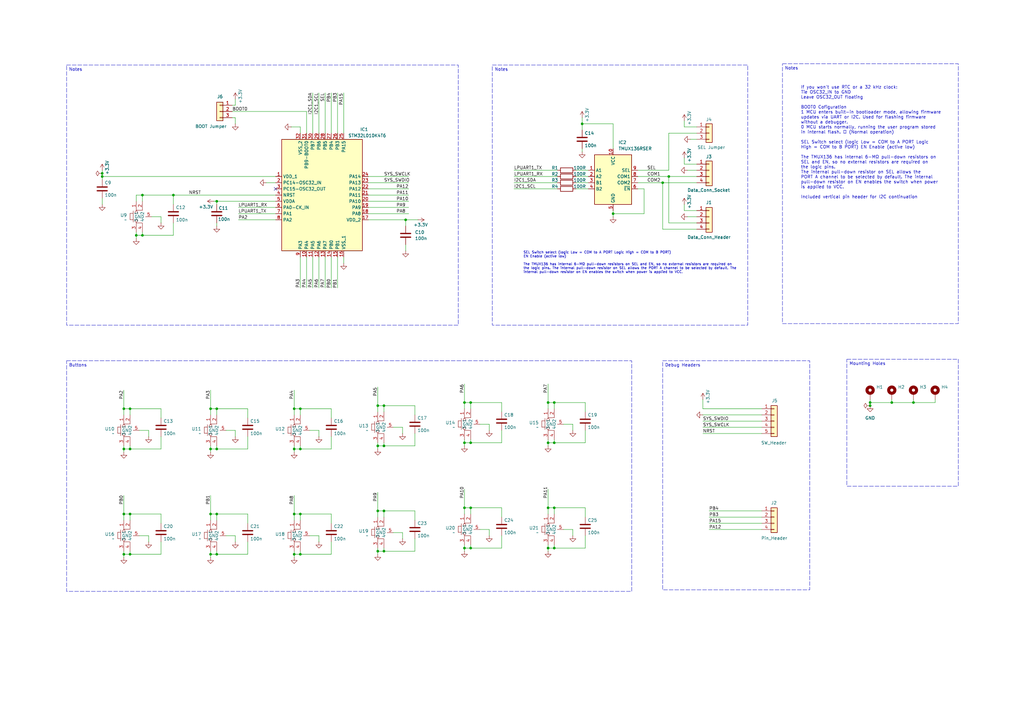
<source format=kicad_sch>
(kicad_sch (version 20231120) (generator "eeschema") (generator_version "8.0")
  (paper "A3")
  (title_block (title "Keypad Board") (date "2025-03-13") (rev "A") (company "Peter Hancak"))
  (junction (at 227.33 208.28))
  (junction (at 190.5 181.61))
  (junction (at 157.48 209.55))
  (junction (at 154.94 166.37))
  (junction (at 50.8 210.82))
  (junction (at 53.34 210.82))
  (junction (at 58.42 96.52))
  (junction (at 50.8 227.33))
  (junction (at 224.79 208.28))
  (junction (at 50.8 184.15))
  (junction (at 53.34 184.15))
  (junction (at 123.19 227.33))
  (junction (at 86.36 227.33))
  (junction (at 55.88 96.52))
  (junction (at 190.5 165.1))
  (junction (at 227.33 224.79))
  (junction (at 120.65 227.33))
  (junction (at 50.8 167.64))
  (junction (at 123.19 167.64))
  (junction (at 227.33 181.61))
  (junction (at 88.9 184.15))
  (junction (at 365.76 165.1))
  (junction (at 190.5 224.79))
  (junction (at 120.65 167.64))
  (junction (at 157.48 226.06))
  (junction (at 356.87 166.37))
  (junction (at 166.37 90.17))
  (junction (at 157.48 182.88))
  (junction (at 224.79 224.79))
  (junction (at 86.36 184.15))
  (junction (at 154.94 209.55))
  (junction (at 154.94 182.88))
  (junction (at 193.04 181.61))
  (junction (at 251.46 87.63))
  (junction (at 224.79 181.61))
  (junction (at 374.65 165.1))
  (junction (at 224.79 165.1))
  (junction (at 238.76 50.8))
  (junction (at 41.91 71.12))
  (junction (at 193.04 208.28))
  (junction (at 86.36 167.64))
  (junction (at 157.48 166.37))
  (junction (at 123.19 184.15))
  (junction (at 88.9 227.33))
  (junction (at 356.87 165.1))
  (junction (at 123.19 210.82))
  (junction (at 86.36 210.82))
  (junction (at 154.94 226.06))
  (junction (at 88.9 210.82))
  (junction (at 274.32 72.39))
  (junction (at 271.78 74.93))
  (junction (at 41.91 72.39))
  (junction (at 58.42 80.01))
  (junction (at 53.34 227.33))
  (junction (at 88.9 167.64))
  (junction (at 88.9 82.55))
  (junction (at 120.65 210.82))
  (junction (at 193.04 224.79))
  (junction (at 71.12 80.01))
  (junction (at 227.33 165.1))
  (junction (at 190.5 208.28))
  (junction (at 193.04 165.1))
  (junction (at 120.65 184.15))
  (junction (at 53.34 167.64))
  (no_connect (at 113.03 77.47))
  (wire (pts (xy 125.73 45.72) (xy 125.73 54.61)))
  (wire (pts (xy 312.42 170.18) (xy 288.29 170.18)))
  (wire (pts (xy 128.27 38.1) (xy 128.27 54.61)))
  (wire (pts (xy 205.74 219.71) (xy 205.74 224.79)))
  (wire (pts (xy 53.34 170.18) (xy 53.34 167.64)))
  (wire (pts (xy 88.9 226.06) (xy 88.9 227.33)))
  (wire (pts (xy 365.76 163.83) (xy 365.76 165.1)))
  (wire (pts (xy 166.37 90.17) (xy 171.45 90.17)))
  (wire (pts (xy 133.35 38.1) (xy 133.35 54.61)))
  (wire (pts (xy 280.67 52.07) (xy 280.67 49.53)))
  (wire (pts (xy 271.78 74.93) (xy 271.78 93.98)))
  (wire (pts (xy 71.12 80.01) (xy 58.42 80.01)))
  (wire (pts (xy 205.74 165.1) (xy 205.74 168.91)))
  (wire (pts (xy 101.6 167.64) (xy 88.9 167.64)))
  (wire (pts (xy 261.62 72.39) (xy 274.32 72.39)))
  (wire (pts (xy 200.66 217.17) (xy 200.66 219.71)))
  (wire (pts (xy 238.76 48.26) (xy 238.76 50.8)))
  (wire (pts (xy 138.43 105.41) (xy 138.43 118.11)))
  (wire (pts (xy 57.15 176.53) (xy 60.96 176.53)))
  (wire (pts (xy 193.04 223.52) (xy 193.04 224.79)))
  (wire (pts (xy 130.81 38.1) (xy 130.81 54.61)))
  (wire (pts (xy 135.89 167.64) (xy 135.89 171.45)))
  (wire (pts (xy 120.65 182.88) (xy 120.65 184.15)))
  (wire (pts (xy 97.79 85.09) (xy 113.03 85.09)))
  (wire (pts (xy 190.5 224.79) (xy 190.5 226.06)))
  (wire (pts (xy 228.6 74.93) (xy 210.82 74.93)))
  (wire (pts (xy 205.74 208.28) (xy 193.04 208.28)))
  (wire (pts (xy 228.6 77.47) (xy 210.82 77.47)))
  (wire (pts (xy 50.8 160.02) (xy 50.8 167.64)))
  (wire (pts (xy 66.04 167.64) (xy 66.04 171.45)))
  (wire (pts (xy 135.89 222.25) (xy 135.89 227.33)))
  (wire (pts (xy 274.32 69.85) (xy 274.32 54.61)))
  (wire (pts (xy 57.15 219.71) (xy 60.96 219.71)))
  (wire (pts (xy 193.04 167.64) (xy 193.04 165.1)))
  (wire (pts (xy 123.19 170.18) (xy 123.19 167.64)))
  (wire (pts (xy 264.16 77.47) (xy 264.16 87.63)))
  (wire (pts (xy 41.91 73.66) (xy 41.91 72.39)))
  (wire (pts (xy 55.88 96.52) (xy 55.88 97.79)))
  (wire (pts (xy 166.37 100.33) (xy 166.37 102.87)))
  (wire (pts (xy 135.89 179.07) (xy 135.89 184.15)))
  (wire (pts (xy 167.64 85.09) (xy 151.13 85.09)))
  (wire (pts (xy 86.36 170.18) (xy 86.36 167.64)))
  (wire (pts (xy 88.9 82.55) (xy 113.03 82.55)))
  (wire (pts (xy 240.03 181.61) (xy 227.33 181.61)))
  (wire (pts (xy 205.74 176.53) (xy 205.74 181.61)))
  (wire (pts (xy 71.12 91.44) (xy 71.12 96.52)))
  (wire (pts (xy 135.89 167.64) (xy 123.19 167.64)))
  (wire (pts (xy 224.79 157.48) (xy 224.79 165.1)))
  (wire (pts (xy 231.14 173.99) (xy 234.95 173.99)))
  (wire (pts (xy 154.94 168.91) (xy 154.94 166.37)))
  (wire (pts (xy 167.64 80.01) (xy 151.13 80.01)))
  (wire (pts (xy 312.42 177.8) (xy 288.29 177.8)))
  (wire (pts (xy 240.03 208.28) (xy 240.03 212.09)))
  (wire (pts (xy 120.65 226.06) (xy 120.65 227.33)))
  (wire (pts (xy 251.46 87.63) (xy 251.46 88.9)))
  (wire (pts (xy 86.36 227.33) (xy 86.36 228.6)))
  (wire (pts (xy 288.29 163.83) (xy 288.29 167.64)))
  (wire (pts (xy 190.5 167.64) (xy 190.5 165.1)))
  (wire (pts (xy 374.65 165.1) (xy 365.76 165.1)))
  (wire (pts (xy 86.36 203.2) (xy 86.36 210.82)))
  (wire (pts (xy 140.97 105.41) (xy 140.97 107.95)))
  (wire (pts (xy 53.34 167.64) (xy 50.8 167.64)))
  (wire (pts (xy 224.79 181.61) (xy 224.79 182.88)))
  (wire (pts (xy 383.54 163.83) (xy 383.54 165.1)))
  (wire (pts (xy 240.03 165.1) (xy 227.33 165.1)))
  (wire (pts (xy 280.67 86.36) (xy 280.67 83.82)))
  (wire (pts (xy 53.34 226.06) (xy 53.34 227.33)))
  (wire (pts (xy 92.71 219.71) (xy 96.52 219.71)))
  (wire (pts (xy 205.74 165.1) (xy 193.04 165.1)))
  (wire (pts (xy 238.76 50.8) (xy 251.46 50.8)))
  (wire (pts (xy 170.18 209.55) (xy 157.48 209.55)))
  (wire (pts (xy 97.79 90.17) (xy 113.03 90.17)))
  (wire (pts (xy 166.37 90.17) (xy 166.37 92.71)))
  (wire (pts (xy 87.63 82.55) (xy 88.9 82.55)))
  (wire (pts (xy 227.33 181.61) (xy 224.79 181.61)))
  (wire (pts (xy 151.13 74.93) (xy 167.64 74.93)))
  (wire (pts (xy 383.54 165.1) (xy 374.65 165.1)))
  (wire (pts (xy 101.6 222.25) (xy 101.6 227.33)))
  (wire (pts (xy 135.89 184.15) (xy 123.19 184.15)))
  (wire (pts (xy 271.78 74.93) (xy 285.75 74.93)))
  (wire (pts (xy 66.04 210.82) (xy 66.04 214.63)))
  (wire (pts (xy 274.32 72.39) (xy 285.75 72.39)))
  (wire (pts (xy 227.33 210.82) (xy 227.33 208.28)))
  (wire (pts (xy 240.03 176.53) (xy 240.03 181.61)))
  (wire (pts (xy 101.6 167.64) (xy 101.6 171.45)))
  (wire (pts (xy 41.91 72.39) (xy 113.03 72.39)))
  (wire (pts (xy 240.03 219.71) (xy 240.03 224.79)))
  (wire (pts (xy 55.88 95.25) (xy 55.88 96.52)))
  (wire (pts (xy 135.89 227.33) (xy 123.19 227.33)))
  (wire (pts (xy 154.94 201.93) (xy 154.94 209.55)))
  (wire (pts (xy 261.62 69.85) (xy 274.32 69.85)))
  (wire (pts (xy 86.36 226.06) (xy 86.36 227.33)))
  (wire (pts (xy 365.76 165.1) (xy 356.87 165.1)))
  (wire (pts (xy 50.8 227.33) (xy 50.8 228.6)))
  (wire (pts (xy 95.25 43.18) (xy 96.52 43.18)))
  (wire (pts (xy 312.42 209.55) (xy 290.83 209.55)))
  (wire (pts (xy 240.03 224.79) (xy 227.33 224.79)))
  (wire (pts (xy 123.19 52.07) (xy 123.19 54.61)))
  (wire (pts (xy 127 219.71) (xy 130.81 219.71)))
  (wire (pts (xy 251.46 86.36) (xy 251.46 87.63)))
  (wire (pts (xy 50.8 184.15) (xy 50.8 185.42)))
  (wire (pts (xy 274.32 72.39) (xy 274.32 91.44)))
  (wire (pts (xy 238.76 50.8) (xy 238.76 53.34)))
  (wire (pts (xy 154.94 224.79) (xy 154.94 226.06)))
  (wire (pts (xy 58.42 82.55) (xy 58.42 80.01)))
  (wire (pts (xy 88.9 82.55) (xy 88.9 83.82)))
  (wire (pts (xy 60.96 176.53) (xy 60.96 179.07)))
  (wire (pts (xy 135.89 210.82) (xy 135.89 214.63)))
  (wire (pts (xy 193.04 210.82) (xy 193.04 208.28)))
  (wire (pts (xy 86.36 182.88) (xy 86.36 184.15)))
  (wire (pts (xy 234.95 217.17) (xy 234.95 219.71)))
  (wire (pts (xy 96.52 48.26) (xy 96.52 50.8)))
  (wire (pts (xy 88.9 91.44) (xy 88.9 92.71)))
  (wire (pts (xy 86.36 213.36) (xy 86.36 210.82)))
  (wire (pts (xy 88.9 170.18) (xy 88.9 167.64)))
  (wire (pts (xy 157.48 166.37) (xy 154.94 166.37)))
  (wire (pts (xy 157.48 209.55) (xy 154.94 209.55)))
  (wire (pts (xy 193.04 180.34) (xy 193.04 181.61)))
  (wire (pts (xy 157.48 226.06) (xy 154.94 226.06)))
  (wire (pts (xy 196.85 173.99) (xy 200.66 173.99)))
  (wire (pts (xy 101.6 210.82) (xy 88.9 210.82)))
  (wire (pts (xy 193.04 208.28) (xy 190.5 208.28)))
  (wire (pts (xy 312.42 214.63) (xy 290.83 214.63)))
  (wire (pts (xy 88.9 184.15) (xy 86.36 184.15)))
  (wire (pts (xy 170.18 226.06) (xy 157.48 226.06)))
  (wire (pts (xy 123.19 105.41) (xy 123.19 118.11)))
  (wire (pts (xy 200.66 173.99) (xy 200.66 176.53)))
  (wire (pts (xy 157.48 182.88) (xy 154.94 182.88)))
  (wire (pts (xy 154.94 181.61) (xy 154.94 182.88)))
  (wire (pts (xy 151.13 90.17) (xy 166.37 90.17)))
  (wire (pts (xy 193.04 165.1) (xy 190.5 165.1)))
  (wire (pts (xy 96.52 176.53) (xy 96.52 179.07)))
  (wire (pts (xy 165.1 175.26) (xy 165.1 177.8)))
  (wire (pts (xy 170.18 166.37) (xy 157.48 166.37)))
  (wire (pts (xy 88.9 210.82) (xy 86.36 210.82)))
  (wire (pts (xy 285.75 86.36) (xy 280.67 86.36)))
  (wire (pts (xy 154.94 226.06) (xy 154.94 227.33)))
  (wire (pts (xy 190.5 157.48) (xy 190.5 165.1)))
  (wire (pts (xy 123.19 167.64) (xy 120.65 167.64)))
  (wire (pts (xy 53.34 184.15) (xy 50.8 184.15)))
  (wire (pts (xy 41.91 69.85) (xy 41.91 71.12)))
  (wire (pts (xy 241.3 72.39) (xy 236.22 72.39)))
  (wire (pts (xy 167.64 82.55) (xy 151.13 82.55)))
  (wire (pts (xy 224.79 210.82) (xy 224.79 208.28)))
  (wire (pts (xy 264.16 77.47) (xy 261.62 77.47)))
  (wire (pts (xy 190.5 200.66) (xy 190.5 208.28)))
  (wire (pts (xy 119.38 52.07) (xy 123.19 52.07)))
  (wire (pts (xy 53.34 227.33) (xy 50.8 227.33)))
  (wire (pts (xy 170.18 166.37) (xy 170.18 170.18)))
  (wire (pts (xy 193.04 181.61) (xy 190.5 181.61)))
  (wire (pts (xy 312.42 217.17) (xy 290.83 217.17)))
  (wire (pts (xy 224.79 224.79) (xy 224.79 226.06)))
  (wire (pts (xy 55.88 82.55) (xy 55.88 80.01)))
  (wire (pts (xy 167.64 87.63) (xy 151.13 87.63)))
  (wire (pts (xy 53.34 213.36) (xy 53.34 210.82)))
  (wire (pts (xy 66.04 227.33) (xy 53.34 227.33)))
  (wire (pts (xy 161.29 218.44) (xy 165.1 218.44)))
  (wire (pts (xy 281.94 88.9) (xy 285.75 88.9)))
  (wire (pts (xy 60.96 219.71) (xy 60.96 222.25)))
  (wire (pts (xy 66.04 184.15) (xy 53.34 184.15)))
  (wire (pts (xy 312.42 175.26) (xy 288.29 175.26)))
  (wire (pts (xy 120.65 203.2) (xy 120.65 210.82)))
  (wire (pts (xy 135.89 210.82) (xy 123.19 210.82)))
  (wire (pts (xy 190.5 210.82) (xy 190.5 208.28)))
  (wire (pts (xy 50.8 203.2) (xy 50.8 210.82)))
  (wire (pts (xy 130.81 219.71) (xy 130.81 222.25)))
  (wire (pts (xy 241.3 74.93) (xy 236.22 74.93)))
  (wire (pts (xy 151.13 77.47) (xy 167.64 77.47)))
  (wire (pts (xy 157.48 224.79) (xy 157.48 226.06)))
  (wire (pts (xy 128.27 105.41) (xy 128.27 118.11)))
  (wire (pts (xy 190.5 223.52) (xy 190.5 224.79)))
  (wire (pts (xy 50.8 226.06) (xy 50.8 227.33)))
  (wire (pts (xy 135.89 105.41) (xy 135.89 118.11)))
  (wire (pts (xy 53.34 182.88) (xy 53.34 184.15)))
  (wire (pts (xy 96.52 219.71) (xy 96.52 222.25)))
  (wire (pts (xy 285.75 52.07) (xy 280.67 52.07)))
  (wire (pts (xy 271.78 93.98) (xy 285.75 93.98)))
  (wire (pts (xy 138.43 38.1) (xy 138.43 54.61)))
  (wire (pts (xy 281.94 69.85) (xy 285.75 69.85)))
  (wire (pts (xy 88.9 213.36) (xy 88.9 210.82)))
  (wire (pts (xy 190.5 181.61) (xy 190.5 182.88)))
  (wire (pts (xy 227.33 223.52) (xy 227.33 224.79)))
  (wire (pts (xy 88.9 167.64) (xy 86.36 167.64)))
  (wire (pts (xy 238.76 60.96) (xy 238.76 62.23)))
  (wire (pts (xy 196.85 217.17) (xy 200.66 217.17)))
  (wire (pts (xy 205.74 181.61) (xy 193.04 181.61)))
  (wire (pts (xy 127 176.53) (xy 130.81 176.53)))
  (wire (pts (xy 123.19 182.88) (xy 123.19 184.15)))
  (wire (pts (xy 133.35 105.41) (xy 133.35 118.11)))
  (wire (pts (xy 170.18 220.98) (xy 170.18 226.06)))
  (wire (pts (xy 135.89 38.1) (xy 135.89 54.61)))
  (wire (pts (xy 224.79 180.34) (xy 224.79 181.61)))
  (wire (pts (xy 285.75 67.31) (xy 280.67 67.31)))
  (wire (pts (xy 66.04 210.82) (xy 53.34 210.82)))
  (wire (pts (xy 86.36 184.15) (xy 86.36 185.42)))
  (wire (pts (xy 241.3 77.47) (xy 236.22 77.47)))
  (wire (pts (xy 62.23 88.9) (xy 66.04 88.9)))
  (wire (pts (xy 120.65 160.02) (xy 120.65 167.64)))
  (wire (pts (xy 123.19 184.15) (xy 120.65 184.15)))
  (wire (pts (xy 274.32 54.61) (xy 285.75 54.61)))
  (wire (pts (xy 227.33 224.79) (xy 224.79 224.79)))
  (wire (pts (xy 283.21 57.15) (xy 285.75 57.15)))
  (wire (pts (xy 356.87 165.1) (xy 356.87 166.37)))
  (wire (pts (xy 101.6 184.15) (xy 88.9 184.15)))
  (wire (pts (xy 130.81 105.41) (xy 130.81 118.11)))
  (wire (pts (xy 97.79 87.63) (xy 113.03 87.63)))
  (wire (pts (xy 165.1 218.44) (xy 165.1 220.98)))
  (wire (pts (xy 120.65 213.36) (xy 120.65 210.82)))
  (wire (pts (xy 66.04 222.25) (xy 66.04 227.33)))
  (wire (pts (xy 374.65 163.83) (xy 374.65 165.1)))
  (wire (pts (xy 58.42 80.01) (xy 55.88 80.01)))
  (wire (pts (xy 41.91 71.12) (xy 41.91 72.39)))
  (wire (pts (xy 101.6 179.07) (xy 101.6 184.15)))
  (wire (pts (xy 123.19 227.33) (xy 120.65 227.33)))
  (wire (pts (xy 227.33 208.28) (xy 224.79 208.28)))
  (wire (pts (xy 261.62 74.93) (xy 271.78 74.93)))
  (wire (pts (xy 312.42 212.09) (xy 290.83 212.09)))
  (wire (pts (xy 66.04 167.64) (xy 53.34 167.64)))
  (wire (pts (xy 123.19 226.06) (xy 123.19 227.33)))
  (wire (pts (xy 86.36 160.02) (xy 86.36 167.64)))
  (wire (pts (xy 120.65 227.33) (xy 120.65 228.6)))
  (wire (pts (xy 120.65 170.18) (xy 120.65 167.64)))
  (wire (pts (xy 123.19 213.36) (xy 123.19 210.82)))
  (wire (pts (xy 224.79 223.52) (xy 224.79 224.79)))
  (wire (pts (xy 88.9 227.33) (xy 86.36 227.33)))
  (wire (pts (xy 228.6 69.85) (xy 210.82 69.85)))
  (wire (pts (xy 154.94 158.75) (xy 154.94 166.37)))
  (wire (pts (xy 157.48 212.09) (xy 157.48 209.55)))
  (wire (pts (xy 251.46 50.8) (xy 251.46 60.96)))
  (wire (pts (xy 231.14 217.17) (xy 234.95 217.17)))
  (wire (pts (xy 234.95 173.99) (xy 234.95 176.53)))
  (wire (pts (xy 151.13 72.39) (xy 167.64 72.39)))
  (wire (pts (xy 224.79 167.64) (xy 224.79 165.1)))
  (wire (pts (xy 170.18 209.55) (xy 170.18 213.36)))
  (wire (pts (xy 227.33 165.1) (xy 224.79 165.1)))
  (wire (pts (xy 50.8 213.36) (xy 50.8 210.82)))
  (wire (pts (xy 227.33 167.64) (xy 227.33 165.1)))
  (wire (pts (xy 193.04 224.79) (xy 190.5 224.79)))
  (wire (pts (xy 312.42 167.64) (xy 288.29 167.64)))
  (wire (pts (xy 58.42 96.52) (xy 55.88 96.52)))
  (wire (pts (xy 240.03 165.1) (xy 240.03 168.91)))
  (wire (pts (xy 41.91 81.28) (xy 41.91 83.82)))
  (wire (pts (xy 157.48 181.61) (xy 157.48 182.88)))
  (wire (pts (xy 125.73 105.41) (xy 125.73 118.11)))
  (wire (pts (xy 50.8 182.88) (xy 50.8 184.15)))
  (wire (pts (xy 140.97 38.1) (xy 140.97 54.61)))
  (wire (pts (xy 66.04 179.07) (xy 66.04 184.15)))
  (wire (pts (xy 170.18 182.88) (xy 157.48 182.88)))
  (wire (pts (xy 264.16 87.63) (xy 251.46 87.63)))
  (wire (pts (xy 96.52 43.18) (xy 96.52 40.64)))
  (wire (pts (xy 205.74 224.79) (xy 193.04 224.79)))
  (wire (pts (xy 95.25 48.26) (xy 96.52 48.26)))
  (wire (pts (xy 92.71 176.53) (xy 96.52 176.53)))
  (wire (pts (xy 227.33 180.34) (xy 227.33 181.61)))
  (wire (pts (xy 240.03 208.28) (xy 227.33 208.28)))
  (wire (pts (xy 71.12 96.52) (xy 58.42 96.52)))
  (wire (pts (xy 95.25 45.72) (xy 125.73 45.72)))
  (wire (pts (xy 101.6 227.33) (xy 88.9 227.33)))
  (wire (pts (xy 154.94 182.88) (xy 154.94 184.15)))
  (wire (pts (xy 224.79 200.66) (xy 224.79 208.28)))
  (wire (pts (xy 356.87 163.83) (xy 356.87 165.1)))
  (wire (pts (xy 154.94 212.09) (xy 154.94 209.55)))
  (wire (pts (xy 101.6 210.82) (xy 101.6 214.63)))
  (wire (pts (xy 228.6 72.39) (xy 210.82 72.39)))
  (wire (pts (xy 88.9 182.88) (xy 88.9 184.15)))
  (wire (pts (xy 123.19 210.82) (xy 120.65 210.82)))
  (wire (pts (xy 280.67 67.31) (xy 280.67 64.77)))
  (wire (pts (xy 53.34 210.82) (xy 50.8 210.82)))
  (wire (pts (xy 170.18 177.8) (xy 170.18 182.88)))
  (wire (pts (xy 161.29 175.26) (xy 165.1 175.26)))
  (wire (pts (xy 130.81 176.53) (xy 130.81 179.07)))
  (wire (pts (xy 66.04 88.9) (xy 66.04 91.44)))
  (wire (pts (xy 274.32 91.44) (xy 285.75 91.44)))
  (wire (pts (xy 113.03 74.93) (xy 109.22 74.93)))
  (wire (pts (xy 120.65 184.15) (xy 120.65 185.42)))
  (wire (pts (xy 241.3 69.85) (xy 236.22 69.85)))
  (wire (pts (xy 312.42 172.72) (xy 288.29 172.72)))
  (wire (pts (xy 113.03 80.01) (xy 71.12 80.01)))
  (wire (pts (xy 71.12 80.01) (xy 71.12 83.82)))
  (wire (pts (xy 50.8 170.18) (xy 50.8 167.64)))
  (wire (pts (xy 205.74 208.28) (xy 205.74 212.09)))
  (wire (pts (xy 157.48 168.91) (xy 157.48 166.37)))
  (wire (pts (xy 190.5 180.34) (xy 190.5 181.61)))
  (wire (pts (xy 58.42 95.25) (xy 58.42 96.52)))
  (text_box "Notes" (at 320.929 26.162 0) (size 72.136 106.553) (stroke (width 0) (type dash)) (effects (font (size 1.27 1.27)) (justify left top)))
  (text_box "Notes" (at 27.305 26.67 0) (size 160.655 106.68) (stroke (width 0) (type dash)) (effects (font (size 1.27 1.27)) (justify left top)))
  (text_box "Debug Headers" (at 271.78 147.955 0) (size 60.325 93.98) (stroke (width 0) (type dash)) (effects (font (size 1.27 1.27)) (justify left top)))
  (text_box "Mounting Holes" (at 347.345 147.32 0) (size 45.72 52.07) (stroke (width 0) (type dash)) (effects (font (size 1.27 1.27)) (justify left top)))
  (text_box "Notes" (at 201.93 26.67 0) (size 104.775 106.68) (stroke (width 0) (type dash)) (effects (font (size 1.27 1.27)) (justify left top)))
  (text_box "Buttons" (at 27.305 147.955 0) (size 231.775 94.615) (stroke (width 0) (type dash)) (effects (font (size 1.27 1.27)) (justify left top)))
  (text "If you won't use RTC or a 32 kHz clock:\nTie OSC32_IN to GND\nLeave OSC32_OUT floating\n\nBOOT0 Cofiguration\n1 MCU enters built-in bootloader mode, allowing firmware \nupdates via UART or I2C. Used for flashing firmware \nwithout a debugger.\n0 MCU starts normally, running the user program stored \nin internal flash. ✅ (Normal operation)\n\nSEL Switch select (logic Low = COM to A PORT Logic \nHigh = COM to B PORT) EN Enable (active low)\n\nThe TMUX136 has internal 6-MΩ pull-down resistors on \nSEL and EN, so no external resistors are required on \nthe logic pins. \nThe internal pull-down resistor on SEL allows the \nPORT A channel to be selected by default. The internal \npull-down resistor on EN enables the switch when power \nis applied to VCC.\n\nIncluded vertical pin header for I2C continuation" (at 328.422 58.42 0) (effects (font (size 1.27 1.27)) (justify left)))
  (text "SEL Switch select (logic Low = COM to A PORT Logic High = COM to B PORT)\nEN Enable (active low)\n\nThe TMUX136 has internal 6-MΩ pull-down resistors on SEL and EN, so no external resistors are required on\nthe logic pins. The internal pull-down resistor on SEL allows the PORT A channel to be selected by default. The\ninternal pull-down resistor on EN enables the switch when power is applied to VCC." (at 214.63 107.696 0) (effects (font (size 1 1)) (justify left)))
  (text "STM32MP157FAD1 2x\nSTM32WB55CGU6 2x\nSTM32WB5MMGH6TR\nSTM32MP135DAF7\nSTM32H7S7L8H6H\n\nSTSPIN958TR\nSTM32H7S3I8T6\nLSM6DSV16XTR\nISM330BXTR\nSTM32WL55CCU6\nSTM32WL55JCI6 2x" (at -24.384 32.512 0) (effects (font (size 1 1))))
  (label "PA11" (at 224.79 204.47 90))
  (label "PA6" (at 190.5 161.29 90))
  (label "PA4" (at 120.65 163.83 90))
  (label "PA15" (at 140.97 43.18 90))
  (label "I2C1_SCL" (at 130.81 46.99 90))
  (label "PA3" (at 123.19 114.3 270))
  (label "PB4" (at 135.89 41.91 90))
  (label "COM2" (at 265.43 74.93 0))
  (label "SYS_SWCLK" (at 288.29 175.26 0))
  (label "PB0" (at 50.8 207.01 90))
  (label "SEL" (at 133.35 38.1 270))
  (label "SYS_SWDIO" (at 157.48 74.93 0))
  (label "PA4" (at 125.73 114.3 270))
  (label "SEL" (at 265.43 69.85 0))
  (label "PA10" (at 190.5 204.47 90))
  (label "PA8" (at 120.65 207.01 90))
  (label "PB3" (at 138.43 41.91 90))
  (label "PA5" (at 154.94 162.56 90))
  (label "PB4" (at 290.83 209.55 0))
  (label "PA3" (at 86.36 163.83 90))
  (label "I2C1_SCL" (at 210.82 77.47 0))
  (label "PA2" (at 97.79 90.17 0))
  (label "I2C1_SDA" (at 210.82 74.93 0))
  (label "PA6" (at 130.81 114.3 270))
  (label "LPUART1_RX" (at 210.82 72.39 0))
  (label "SYS_SWCLK" (at 157.48 72.39 0))
  (label "PA5" (at 128.27 114.3 270))
  (label "I2C1_SDA" (at 128.27 46.99 90))
  (label "PA7" (at 133.35 114.3 270))
  (label "PA11" (at 162.56 80.01 0))
  (label "PB0" (at 135.89 114.3 270))
  (label "LPUART1_TX" (at 210.82 69.85 0))
  (label "SYS_SWDIO" (at 288.29 172.72 0))
  (label "NRST" (at 288.29 177.8 0))
  (label "PB1" (at 86.36 207.01 90))
  (label "PA15" (at 290.83 214.63 0))
  (label "BOOT0" (at 95.25 45.72 0))
  (label "PA9" (at 154.94 205.74 90))
  (label "PA8" (at 162.56 87.63 0))
  (label "NRST" (at 77.47 80.01 0))
  (label "PA2" (at 50.8 163.83 90))
  (label "PA9" (at 162.56 85.09 0))
  (label "PA12" (at 162.56 77.47 0))
  (label "PB1" (at 138.43 114.3 270))
  (label "PA12" (at 290.83 217.17 0))
  (label "COM1" (at 265.43 72.39 0))
  (label "LPUART1_TX" (at 97.79 87.63 0))
  (label "LPUART1_RX" (at 97.79 85.09 0))
  (label "PA10" (at 162.56 82.55 0))
  (label "PA7" (at 224.79 161.29 90))
  (label "PB3" (at 290.83 212.09 0))
  (symbol (lib_id "power:GND") (at 165.1 220.98 0) (unit 1)
    (property "Reference" "#PWR083" (effects (hide yes)))
    (property "Value" "GND" (effects (hide yes)))
    (property "Description" "Power symbol creates a global label with name \"GND\" , ground" (effects (hide yes)))
  )
  (symbol (lib_id "Personal_Projects:Button_KMR231GLFS") (at 55.88 82.55 90) (mirror x) (unit 1)
    (property "Reference" "U9" (at 52.07 88.2649 90) (effects (justify left)))
    (property "Value" "~" (at 52.07 90.17 90) (effects (justify left)))
    (property "Footprint" "Personal_Project:Button_KMR231GLFS" (effects (hide yes)))
  )
  (symbol (lib_id "power:GND") (at 50.8 185.42 0) (unit 1)
    (property "Reference" "#PWR054" (effects (hide yes)))
    (property "Value" "GND" (effects (hide yes)))
    (property "Description" "Power symbol creates a global label with name \"GND\" , ground" (effects (hide yes)))
  )
  (symbol (lib_id "Personal_Projects:Button_KMR231GLFS") (at 86.36 213.36 90) (mirror x) (unit 1)
    (property "Reference" "U17" (at 82.55 219.0749 90) (effects (justify left)))
    (property "Value" "~" (at 82.55 220.98 90) (effects (justify left)))
    (property "Footprint" "Personal_Project:Button_KMR231GLFS" (effects (hide yes)))
  )
  (symbol (lib_id "Personal_Projects:Button_KMR231GLFS") (at 154.94 168.91 90) (mirror x) (unit 1)
    (property "Reference" "U13" (at 151.13 174.6249 90) (effects (justify left)))
    (property "Value" "~" (at 151.13 176.53 90) (effects (justify left)))
    (property "Footprint" "Personal_Project:Button_KMR231GLFS" (effects (hide yes)))
  )
  (symbol (lib_id "power:GND") (at 190.5 182.88 0) (unit 1)
    (property "Reference" "#PWR072" (effects (hide yes)))
    (property "Value" "GND" (effects (hide yes)))
    (property "Description" "Power symbol creates a global label with name \"GND\" , ground" (effects (hide yes)))
  )
  (symbol (lib_id "Device:C") (at 170.18 217.17 0) (unit 1)
    (property "Reference" "C23" (at 171.196 214.63 0) (effects (justify left)))
    (property "Value" "100n" (at 171.196 219.71 0) (effects (justify left)))
    (property "Footprint" "Capacitor_SMD:C_0603_1608Metric_Pad1.08x0.95mm_HandSolder" (effects (hide yes)))
    (property "Description" "Unpolarized capacitor" (effects (hide yes)))
  )
  (symbol (lib_id "power:PWR_FLAG") (at 41.91 71.12 90) (unit 1)
    (property "Reference" "#FLG02" (effects (hide yes)))
    (property "Value" "PWR_FLAG" (effects (hide yes)))
    (property "Description" "Special symbol for telling ERC where power comes from" (effects (hide yes)))
  )
  (symbol (lib_id "power:GND") (at 165.1 177.8 0) (unit 1)
    (property "Reference" "#PWR071" (effects (hide yes)))
    (property "Value" "GND" (effects (hide yes)))
    (property "Description" "Power symbol creates a global label with name \"GND\" , ground" (effects (hide yes)))
  )
  (symbol (lib_id "Device:C") (at 240.03 172.72 0) (unit 1)
    (property "Reference" "C19" (at 241.046 170.18 0) (effects (justify left)))
    (property "Value" "100n" (at 241.046 175.26 0) (effects (justify left)))
    (property "Footprint" "Capacitor_SMD:C_0603_1608Metric_Pad1.08x0.95mm_HandSolder" (effects (hide yes)))
    (property "Description" "Unpolarized capacitor" (effects (hide yes)))
  )
  (symbol (lib_id "power:GND") (at 251.46 88.9 0) (unit 1)
    (property "Reference" "#PWR056" (effects (hide yes)))
    (property "Value" "GND" (effects (hide yes)))
    (property "Description" "Power symbol creates a global label with name \"GND\" , ground" (effects (hide yes)))
  )
  (symbol (lib_id "Connector_Generic:Conn_01x04") (at 290.83 88.9 0) (unit 1)
    (property "Reference" "J1" (at 289.56 83.058 0) (effects (justify left)))
    (property "Value" "Data_Conn_Header" (at 281.94 97.282 0) (effects (justify left)))
    (property "Footprint" "Connector_PinHeader_2.54mm:PinHeader_1x04_P2.54mm_Vertical" (effects (hide yes)))
    (property "Description" "Generic connector, single row, 01x04, script generated (kicad-library-utils/schlib/autogen/connector/)" (effects (hide yes)))
  )
  (symbol (lib_id "power:GND") (at 96.52 179.07 0) (unit 1)
    (property "Reference" "#PWR067" (effects (hide yes)))
    (property "Value" "GND" (effects (hide yes)))
    (property "Description" "Power symbol creates a global label with name \"GND\" , ground" (effects (hide yes)))
  )
  (symbol (lib_id "Mechanical:MountingHole_Pad") (at 383.54 161.29 0) (unit 1) (exclude_from_sim yes) (in_bom no)
    (property "Reference" "H4" (at 386.08 158.7499 0) (effects (justify left)))
    (property "Value" "MountingHole_Pad" (effects (hide yes)))
    (property "Footprint" "MountingHole:MountingHole_3.2mm_M3_Pad" (effects (hide yes)))
    (property "Description" "Mounting Hole with connection" (effects (hide yes)))
  )
  (symbol (lib_id "power:GND") (at 356.87 166.37 0) (unit 1)
    (property "Reference" "#PWR03" (effects (hide yes)))
    (property "Value" "GND" (at 356.87 171.45 0))
    (property "Description" "Power symbol creates a global label with name \"GND\" , ground" (effects (hide yes)))
  )
  (symbol (lib_id "Connector_Generic:Conn_01x04") (at 317.5 212.09 0) (unit 1)
    (property "Reference" "J2" (at 316.23 206.248 0) (effects (justify left)))
    (property "Value" "Pin_Header" (at 312.166 220.726 0) (effects (justify left)))
    (property "Footprint" "Connector_PinHeader_2.54mm:PinHeader_1x04_P2.54mm_Vertical" (effects (hide yes)))
    (property "Description" "Generic connector, single row, 01x04, script generated (kicad-library-utils/schlib/autogen/connector/)" (effects (hide yes)))
  )
  (symbol (lib_id "Personal_Projects:Button_KMR231GLFS") (at 120.65 170.18 90) (mirror x) (unit 1)
    (property "Reference" "U12" (at 116.84 175.8949 90) (effects (justify left)))
    (property "Value" "~" (at 116.84 177.8 90) (effects (justify left)))
    (property "Footprint" "Personal_Project:Button_KMR231GLFS" (effects (hide yes)))
  )
  (symbol (lib_id "Connector_Generic:Conn_01x03") (at 90.17 45.72 0) (mirror y) (unit 1)
    (property "Reference" "J6" (at 91.44 39.624 0) (effects (justify left)))
    (property "Value" "BOOT Jumper" (at 92.964 51.816 0) (effects (justify left)))
    (property "Footprint" "Connector_PinHeader_2.54mm:PinHeader_1x03_P2.54mm_Vertical" (effects (hide yes)))
    (property "Description" "Generic connector, single row, 01x03, script generated (kicad-library-utils/schlib/autogen/connector/)" (effects (hide yes)))
  )
  (symbol (lib_id "power:GND") (at 234.95 219.71 0) (unit 1)
    (property "Reference" "#PWR087" (effects (hide yes)))
    (property "Value" "GND" (effects (hide yes)))
    (property "Description" "Power symbol creates a global label with name \"GND\" , ground" (effects (hide yes)))
  )
  (symbol (lib_id "Mechanical:MountingHole_Pad") (at 374.65 161.29 0) (unit 1) (exclude_from_sim yes) (in_bom no)
    (property "Reference" "H3" (at 377.19 158.7499 0) (effects (justify left)))
    (property "Value" "MountingHole_Pad" (effects (hide yes)))
    (property "Footprint" "MountingHole:MountingHole_3.2mm_M3_Pad" (effects (hide yes)))
    (property "Description" "Mounting Hole with connection" (effects (hide yes)))
  )
  (symbol (lib_id "power:GND") (at 288.29 170.18 270) (unit 1)
    (property "Reference" "#PWR062" (effects (hide yes)))
    (property "Value" "GND" (effects (hide yes)))
    (property "Description" "Power symbol creates a global label with name \"GND\" , ground" (effects (hide yes)))
  )
  (symbol (lib_id "Device:C") (at 135.89 175.26 0) (unit 1)
    (property "Reference" "C16" (at 136.906 172.72 0) (effects (justify left)))
    (property "Value" "100n" (at 136.906 177.8 0) (effects (justify left)))
    (property "Footprint" "Capacitor_SMD:C_0603_1608Metric_Pad1.08x0.95mm_HandSolder" (effects (hide yes)))
    (property "Description" "Unpolarized capacitor" (effects (hide yes)))
  )
  (symbol (lib_id "power:GND") (at 66.04 91.44 0) (unit 1)
    (property "Reference" "#PWR051" (effects (hide yes)))
    (property "Value" "GND" (effects (hide yes)))
    (property "Description" "Power symbol creates a global label with name \"GND\" , ground" (effects (hide yes)))
  )
  (symbol (lib_id "Device:C") (at 135.89 218.44 0) (unit 1)
    (property "Reference" "C22" (at 136.906 215.9 0) (effects (justify left)))
    (property "Value" "100n" (at 136.906 220.98 0) (effects (justify left)))
    (property "Footprint" "Capacitor_SMD:C_0603_1608Metric_Pad1.08x0.95mm_HandSolder" (effects (hide yes)))
    (property "Description" "Unpolarized capacitor" (effects (hide yes)))
  )
  (symbol (lib_id "Device:C") (at 240.03 215.9 0) (unit 1)
    (property "Reference" "C25" (at 241.046 213.36 0) (effects (justify left)))
    (property "Value" "100n" (at 241.046 218.44 0) (effects (justify left)))
    (property "Footprint" "Capacitor_SMD:C_0603_1608Metric_Pad1.08x0.95mm_HandSolder" (effects (hide yes)))
    (property "Description" "Unpolarized capacitor" (effects (hide yes)))
  )
  (symbol (lib_id "Device:C") (at 205.74 215.9 0) (unit 1)
    (property "Reference" "C24" (at 206.756 213.36 0) (effects (justify left)))
    (property "Value" "100n" (at 206.756 218.44 0) (effects (justify left)))
    (property "Footprint" "Capacitor_SMD:C_0603_1608Metric_Pad1.08x0.95mm_HandSolder" (effects (hide yes)))
    (property "Description" "Unpolarized capacitor" (effects (hide yes)))
  )
  (symbol (lib_id "power:GND") (at 283.21 57.15 270) (unit 1)
    (property "Reference" "#PWR064" (effects (hide yes)))
    (property "Value" "GND" (effects (hide yes)))
    (property "Description" "Power symbol creates a global label with name \"GND\" , ground" (effects (hide yes)))
  )
  (symbol (lib_id "power:GND") (at 238.76 62.23 0) (unit 1)
    (property "Reference" "#PWR060" (effects (hide yes)))
    (property "Value" "GND" (effects (hide yes)))
    (property "Description" "Power symbol creates a global label with name \"GND\" , ground" (effects (hide yes)))
  )
  (symbol (lib_id "power:GND") (at 224.79 226.06 0) (unit 1)
    (property "Reference" "#PWR086" (effects (hide yes)))
    (property "Value" "GND" (effects (hide yes)))
    (property "Description" "Power symbol creates a global label with name \"GND\" , ground" (effects (hide yes)))
  )
  (symbol (lib_id "Device:C") (at 101.6 175.26 0) (unit 1)
    (property "Reference" "C15" (at 102.616 172.72 0) (effects (justify left)))
    (property "Value" "100n" (at 102.616 177.8 0) (effects (justify left)))
    (property "Footprint" "Capacitor_SMD:C_0603_1608Metric_Pad1.08x0.95mm_HandSolder" (effects (hide yes)))
    (property "Description" "Unpolarized capacitor" (effects (hide yes)))
  )
  (symbol (lib_id "Personal_Projects:TMUX136RSER") (at 241.3 69.85 0) (unit 1)
    (property "Reference" "IC2" (at 253.6541 58.42 0) (effects (justify left)))
    (property "Value" "TMUX136RSER" (at 253.6541 60.96 0) (effects (justify left)))
    (property "Footprint" "Personal_Project:TMUX136RSER" (effects (hide yes)))
    (property "Datasheet" "http://www.ti.com/lit/gpn/tmux136" (effects (hide yes)))
    (property "Description" "Dual SPDT, Low-Capacitance, 6.1 GHz Analog Switch" (effects (hide yes)))
    (property "Height" "0.6" (effects (hide yes)))
    (property "Mouser Part Number" "595-TMUX136RSER" (effects (hide yes)))
    (property "Mouser Price/Stock" "https://www.mouser.co.uk/ProductDetail/Texas-Instruments/TMUX136RSER?qs=YCa%2FAAYMW01Aowiny%252B68yA%3D%3D" (effects (hide yes)))
    (property "Manufacturer_Name" "Texas Instruments" (effects (hide yes)))
    (property "Manufacturer_Part_Number" "TMUX136RSER" (effects (hide yes)))
  )
  (symbol (lib_id "Device:C") (at 170.18 173.99 0) (unit 1)
    (property "Reference" "C17" (at 171.196 171.45 0) (effects (justify left)))
    (property "Value" "100n" (at 171.196 176.53 0) (effects (justify left)))
    (property "Footprint" "Capacitor_SMD:C_0603_1608Metric_Pad1.08x0.95mm_HandSolder" (effects (hide yes)))
    (property "Description" "Unpolarized capacitor" (effects (hide yes)))
  )
  (symbol (lib_id "power:GND") (at 60.96 179.07 0) (unit 1)
    (property "Reference" "#PWR055" (effects (hide yes)))
    (property "Value" "GND" (effects (hide yes)))
    (property "Description" "Power symbol creates a global label with name \"GND\" , ground" (effects (hide yes)))
  )
  (symbol (lib_id "power:GND") (at 120.65 228.6 0) (unit 1)
    (property "Reference" "#PWR080" (effects (hide yes)))
    (property "Value" "GND" (effects (hide yes)))
    (property "Description" "Power symbol creates a global label with name \"GND\" , ground" (effects (hide yes)))
  )
  (symbol (lib_id "power:GND") (at 119.38 52.07 270) (unit 1)
    (property "Reference" "#PWR050" (effects (hide yes)))
    (property "Value" "GND" (effects (hide yes)))
    (property "Description" "Power symbol creates a global label with name \"GND\" , ground" (effects (hide yes)))
  )
  (symbol (lib_id "power:+3.3V") (at 288.29 163.83 0) (unit 1)
    (property "Reference" "#PWR061" (effects (hide yes)))
    (property "Value" "+3.3V" (at 290.322 159.766 90) (effects (justify right)))
    (property "Description" "Power symbol creates a global label with name \"+3.3V\"" (effects (hide yes)))
  )
  (symbol (lib_id "power:GND") (at 96.52 222.25 0) (unit 1)
    (property "Reference" "#PWR079" (effects (hide yes)))
    (property "Value" "GND" (effects (hide yes)))
    (property "Description" "Power symbol creates a global label with name \"GND\" , ground" (effects (hide yes)))
  )
  (symbol (lib_id "power:GND") (at 154.94 227.33 0) (unit 1)
    (property "Reference" "#PWR082" (effects (hide yes)))
    (property "Value" "GND" (effects (hide yes)))
    (property "Description" "Power symbol creates a global label with name \"GND\" , ground" (effects (hide yes)))
  )
  (symbol (lib_id "power:GND") (at 86.36 185.42 0) (unit 1)
    (property "Reference" "#PWR066" (effects (hide yes)))
    (property "Value" "GND" (effects (hide yes)))
    (property "Description" "Power symbol creates a global label with name \"GND\" , ground" (effects (hide yes)))
  )
  (symbol (lib_id "Personal_Projects:Button_KMR231GLFS") (at 120.65 213.36 90) (mirror x) (unit 1)
    (property "Reference" "U18" (at 116.84 219.0749 90) (effects (justify left)))
    (property "Value" "~" (at 116.84 220.98 90) (effects (justify left)))
    (property "Footprint" "Personal_Project:Button_KMR231GLFS" (effects (hide yes)))
  )
  (symbol (lib_id "Device:C") (at 166.37 96.52 0) (unit 1)
    (property "Reference" "C10" (at 170.18 95.2499 0) (effects (justify left)))
    (property "Value" "100n" (at 170.18 97.7899 0) (effects (justify left)))
    (property "Footprint" "Capacitor_SMD:C_0603_1608Metric_Pad1.08x0.95mm_HandSolder" (effects (hide yes)))
    (property "Description" "Unpolarized capacitor" (effects (hide yes)))
  )
  (symbol (lib_id "Device:C") (at 66.04 218.44 0) (unit 1)
    (property "Reference" "C20" (at 67.056 215.9 0) (effects (justify left)))
    (property "Value" "100n" (at 67.056 220.98 0) (effects (justify left)))
    (property "Footprint" "Capacitor_SMD:C_0603_1608Metric_Pad1.08x0.95mm_HandSolder" (effects (hide yes)))
    (property "Description" "Unpolarized capacitor" (effects (hide yes)))
  )
  (symbol (lib_id "power:+3.3V") (at 96.52 40.64 0) (unit 1)
    (property "Reference" "#PWR063" (effects (hide yes)))
    (property "Value" "+3.3V" (at 98.552 36.576 90) (effects (justify right)))
    (property "Description" "Power symbol creates a global label with name \"+3.3V\"" (effects (hide yes)))
  )
  (symbol (lib_id "power:PWR_FLAG") (at 356.87 166.37 90) (unit 1)
    (property "Reference" "#FLG01" (effects (hide yes)))
    (property "Value" "PWR_FLAG" (effects (hide yes)))
    (property "Description" "Special symbol for telling ERC where power comes from" (effects (hide yes)))
  )
  (symbol (lib_id "power:GND") (at 200.66 176.53 0) (unit 1)
    (property "Reference" "#PWR073" (effects (hide yes)))
    (property "Value" "GND" (effects (hide yes)))
    (property "Description" "Power symbol creates a global label with name \"GND\" , ground" (effects (hide yes)))
  )
  (symbol (lib_id "Personal_Projects:Button_KMR231GLFS") (at 190.5 210.82 90) (mirror x) (unit 1)
    (property "Reference" "U20" (at 186.69 216.5349 90) (effects (justify left)))
    (property "Value" "~" (at 186.69 218.44 90) (effects (justify left)))
    (property "Footprint" "Personal_Project:Button_KMR231GLFS" (effects (hide yes)))
  )
  (symbol (lib_id "Device:R") (at 232.41 69.85 90) (unit 1)
    (property "Reference" "R1" (at 227.584 68.834 90))
    (property "Value" "100R" (at 237.744 68.834 90))
    (property "Footprint" "Resistor_SMD:R_0805_2012Metric_Pad1.20x1.40mm_HandSolder" (effects (hide yes)))
    (property "Description" "Resistor" (effects (hide yes)))
  )
  (symbol (lib_id "Device:C") (at 88.9 87.63 0) (unit 1)
    (property "Reference" "C11" (at 89.662 85.344 0) (effects (justify left)))
    (property "Value" "100n" (at 89.408 89.916 0) (effects (justify left)))
    (property "Footprint" "Capacitor_SMD:C_0603_1608Metric_Pad1.08x0.95mm_HandSolder" (effects (hide yes)))
    (property "Description" "Unpolarized capacitor" (effects (hide yes)))
  )
  (symbol (lib_id "power:GND") (at 154.94 184.15 0) (unit 1)
    (property "Reference" "#PWR070" (effects (hide yes)))
    (property "Value" "GND" (effects (hide yes)))
    (property "Description" "Power symbol creates a global label with name \"GND\" , ground" (effects (hide yes)))
  )
  (symbol (lib_id "Personal_Projects:Button_KMR231GLFS") (at 86.36 170.18 90) (mirror x) (unit 1)
    (property "Reference" "U11" (at 82.55 175.8949 90) (effects (justify left)))
    (property "Value" "~" (at 82.55 177.8 90) (effects (justify left)))
    (property "Footprint" "Personal_Project:Button_KMR231GLFS" (effects (hide yes)))
  )
  (symbol (lib_id "Connector_Generic:Conn_01x05") (at 317.5 172.72 0) (unit 1)
    (property "Reference" "J5" (at 316.484 164.338 0) (effects (justify left)))
    (property "Value" "SW_Header" (at 312.166 181.61 0) (effects (justify left)))
    (property "Footprint" "Connector_PinHeader_2.54mm:PinHeader_1x05_P2.54mm_Vertical" (effects (hide yes)))
    (property "Description" "Generic connector, single row, 01x05, script generated (kicad-library-utils/schlib/autogen/connector/)" (effects (hide yes)))
  )
  (symbol (lib_id "power:GND") (at 281.94 88.9 270) (unit 1)
    (property "Reference" "#PWR02" (effects (hide yes)))
    (property "Value" "GND" (effects (hide yes)))
    (property "Description" "Power symbol creates a global label with name \"GND\" , ground" (effects (hide yes)))
  )
  (symbol (lib_id "Device:R") (at 232.41 77.47 90) (unit 1)
    (property "Reference" "R4" (at 227.584 76.454 90))
    (property "Value" "100R" (at 237.744 76.454 90))
    (property "Footprint" "Resistor_SMD:R_0805_2012Metric_Pad1.20x1.40mm_HandSolder" (effects (hide yes)))
    (property "Description" "Resistor" (effects (hide yes)))
  )
  (symbol (lib_id "Device:R") (at 232.41 72.39 90) (unit 1)
    (property "Reference" "R2" (at 227.584 71.374 90))
    (property "Value" "100R" (at 237.744 71.374 90))
    (property "Footprint" "Resistor_SMD:R_0805_2012Metric_Pad1.20x1.40mm_HandSolder" (effects (hide yes)))
    (property "Description" "Resistor" (effects (hide yes)))
  )
  (symbol (lib_id "Personal_Projects:STM32L010K4T6") (at 110.49 72.39 0) (unit 1)
    (property "Reference" "IC1" (at 149.352 53.086 0))
    (property "Value" "STM32L010K4T6" (at 150.622 55.626 0))
    (property "Footprint" "Personal_Project:STM32L010K4T6 _QFP80P900X900X160-32N" (effects (hide yes)))
    (property "Datasheet" "https://www.st.com/resource/en/datasheet/stm32l010k4.pdf" (effects (hide yes)))
    (property "Description" "STMICROELECTRONICS - STM32L010K4T6 - MCU, 32BIT, 32MHZ, LQFP-32" (effects (hide yes)))
    (property "Height" "1.6" (effects (hide yes)))
    (property "Manufacturer_Name" "STMicroelectronics" (effects (hide yes)))
    (property "Manufacturer_Part_Number" "STM32L010K4T6" (effects (hide yes)))
    (property "Mouser Part Number" "511-STM32L010K4T6" (effects (hide yes)))
    (property "Mouser Price/Stock" "https://www.mouser.co.uk/ProductDetail/STMicroelectronics/STM32L010K4T6?qs=PqoDHHvF64%252BA8yN3WOJbRw%3D%3D" (effects (hide yes)))
    (property "Arrow Part Number" "STM32L010K4T6" (effects (hide yes)))
    (property "Arrow Price/Stock" "https://www.arrow.com/en/products/stm32l010k4t6/stmicroelectronics?utm_currency=USD&region=nac" (effects (hide yes)))
  )
  (symbol (lib_id "Device:C") (at 101.6 218.44 0) (unit 1)
    (property "Reference" "C21" (at 102.616 215.9 0) (effects (justify left)))
    (property "Value" "100n" (at 102.616 220.98 0) (effects (justify left)))
    (property "Footprint" "Capacitor_SMD:C_0603_1608Metric_Pad1.08x0.95mm_HandSolder" (effects (hide yes)))
    (property "Description" "Unpolarized capacitor" (effects (hide yes)))
  )
  (symbol (lib_id "power:GND") (at 190.5 226.06 0) (unit 1)
    (property "Reference" "#PWR084" (effects (hide yes)))
    (property "Value" "GND" (effects (hide yes)))
    (property "Description" "Power symbol creates a global label with name \"GND\" , ground" (effects (hide yes)))
  )
  (symbol (lib_id "Device:C") (at 238.76 57.15 0) (unit 1)
    (property "Reference" "C14" (at 239.776 54.61 0) (effects (justify left)))
    (property "Value" "100n" (at 239.776 59.69 0) (effects (justify left)))
    (property "Footprint" "Capacitor_SMD:C_0603_1608Metric_Pad1.08x0.95mm_HandSolder" (effects (hide yes)))
    (property "Description" "Unpolarized capacitor" (effects (hide yes)))
  )
  (symbol (lib_id "Device:C") (at 205.74 172.72 0) (unit 1)
    (property "Reference" "C18" (at 206.756 170.18 0) (effects (justify left)))
    (property "Value" "100n" (at 206.756 175.26 0) (effects (justify left)))
    (property "Footprint" "Capacitor_SMD:C_0603_1608Metric_Pad1.08x0.95mm_HandSolder" (effects (hide yes)))
    (property "Description" "Unpolarized capacitor" (effects (hide yes)))
  )
  (symbol (lib_id "power:+3.3V") (at 171.45 90.17 270) (unit 1)
    (property "Reference" "#PWR043" (effects (hide yes)))
    (property "Value" "+3.3V" (at 175.514 92.202 90) (effects (justify right)))
    (property "Description" "Power symbol creates a global label with name \"+3.3V\"" (effects (hide yes)))
  )
  (symbol (lib_id "power:GND") (at 41.91 83.82 0) (unit 1)
    (property "Reference" "#PWR044" (effects (hide yes)))
    (property "Value" "GND" (effects (hide yes)))
    (property "Description" "Power symbol creates a global label with name \"GND\" , ground" (effects (hide yes)))
  )
  (symbol (lib_id "power:+3.3V") (at 280.67 49.53 0) (unit 1)
    (property "Reference" "#PWR065" (effects (hide yes)))
    (property "Value" "+3.3V" (at 282.702 45.466 90) (effects (justify right)))
    (property "Description" "Power symbol creates a global label with name \"+3.3V\"" (effects (hide yes)))
  )
  (symbol (lib_id "power:GND") (at 234.95 176.53 0) (unit 1)
    (property "Reference" "#PWR075" (effects (hide yes)))
    (property "Value" "GND" (effects (hide yes)))
    (property "Description" "Power symbol creates a global label with name \"GND\" , ground" (effects (hide yes)))
  )
  (symbol (lib_id "Connector_Generic:Conn_01x03") (at 290.83 54.61 0) (unit 1)
    (property "Reference" "J4" (at 289.56 49.022 0) (effects (justify left)))
    (property "Value" "SEL Jumper" (at 286.004 60.452 0) (effects (justify left)))
    (property "Footprint" "Connector_PinHeader_2.54mm:PinHeader_1x03_P2.54mm_Vertical" (effects (hide yes)))
    (property "Description" "Generic connector, single row, 01x03, script generated (kicad-library-utils/schlib/autogen/connector/)" (effects (hide yes)))
  )
  (symbol (lib_id "power:GND") (at 88.9 92.71 0) (unit 1)
    (property "Reference" "#PWR048" (effects (hide yes)))
    (property "Value" "GND" (effects (hide yes)))
    (property "Description" "Power symbol creates a global label with name \"GND\" , ground" (effects (hide yes)))
  )
  (symbol (lib_id "Device:C") (at 66.04 175.26 0) (unit 1)
    (property "Reference" "C13" (at 67.056 172.72 0) (effects (justify left)))
    (property "Value" "100n" (at 67.056 177.8 0) (effects (justify left)))
    (property "Footprint" "Capacitor_SMD:C_0603_1608Metric_Pad1.08x0.95mm_HandSolder" (effects (hide yes)))
    (property "Description" "Unpolarized capacitor" (effects (hide yes)))
  )
  (symbol (lib_id "power:GND") (at 140.97 107.95 0) (unit 1)
    (property "Reference" "#PWR049" (effects (hide yes)))
    (property "Value" "GND" (effects (hide yes)))
    (property "Description" "Power symbol creates a global label with name \"GND\" , ground" (effects (hide yes)))
  )
  (symbol (lib_id "power:GND") (at 86.36 228.6 0) (unit 1)
    (property "Reference" "#PWR078" (effects (hide yes)))
    (property "Value" "GND" (effects (hide yes)))
    (property "Description" "Power symbol creates a global label with name \"GND\" , ground" (effects (hide yes)))
  )
  (symbol (lib_id "Device:C") (at 41.91 77.47 0) (unit 1)
    (property "Reference" "C9" (at 42.926 74.93 0) (effects (justify left)))
    (property "Value" "100n" (at 42.926 80.01 0) (effects (justify left)))
    (property "Footprint" "Capacitor_SMD:C_0603_1608Metric_Pad1.08x0.95mm_HandSolder" (effects (hide yes)))
    (property "Description" "Unpolarized capacitor" (effects (hide yes)))
  )
  (symbol (lib_id "Personal_Projects:Button_KMR231GLFS") (at 224.79 167.64 90) (mirror x) (unit 1)
    (property "Reference" "U15" (at 220.98 173.3549 90) (effects (justify left)))
    (property "Value" "~" (at 220.98 175.26 90) (effects (justify left)))
    (property "Footprint" "Personal_Project:Button_KMR231GLFS" (effects (hide yes)))
  )
  (symbol (lib_id "power:GND") (at 130.81 179.07 0) (unit 1)
    (property "Reference" "#PWR069" (effects (hide yes)))
    (property "Value" "GND" (effects (hide yes)))
    (property "Description" "Power symbol creates a global label with name \"GND\" , ground" (effects (hide yes)))
  )
  (symbol (lib_id "power:GND") (at 96.52 50.8 0) (unit 1)
    (property "Reference" "#PWR053" (effects (hide yes)))
    (property "Value" "GND" (effects (hide yes)))
    (property "Description" "Power symbol creates a global label with name \"GND\" , ground" (effects (hide yes)))
  )
  (symbol (lib_id "Personal_Projects:Button_KMR231GLFS") (at 224.79 210.82 90) (mirror x) (unit 1)
    (property "Reference" "U21" (at 220.98 216.5349 90) (effects (justify left)))
    (property "Value" "~" (at 220.98 218.44 90) (effects (justify left)))
    (property "Footprint" "Personal_Project:Button_KMR231GLFS" (effects (hide yes)))
  )
  (symbol (lib_id "power:GND") (at 50.8 228.6 0) (unit 1)
    (property "Reference" "#PWR076" (effects (hide yes)))
    (property "Value" "GND" (effects (hide yes)))
    (property "Description" "Power symbol creates a global label with name \"GND\" , ground" (effects (hide yes)))
  )
  (symbol (lib_id "power:GND") (at 60.96 222.25 0) (unit 1)
    (property "Reference" "#PWR077" (effects (hide yes)))
    (property "Value" "GND" (effects (hide yes)))
    (property "Description" "Power symbol creates a global label with name \"GND\" , ground" (effects (hide yes)))
  )
  (symbol (lib_id "power:GND") (at 281.94 69.85 270) (unit 1)
    (property "Reference" "#PWR058" (effects (hide yes)))
    (property "Value" "GND" (effects (hide yes)))
    (property "Description" "Power symbol creates a global label with name \"GND\" , ground" (effects (hide yes)))
  )
  (symbol (lib_id "power:GND") (at 130.81 222.25 0) (unit 1)
    (property "Reference" "#PWR081" (effects (hide yes)))
    (property "Value" "GND" (effects (hide yes)))
    (property "Description" "Power symbol creates a global label with name \"GND\" , ground" (effects (hide yes)))
  )
  (symbol (lib_id "Personal_Projects:Button_KMR231GLFS") (at 154.94 212.09 90) (mirror x) (unit 1)
    (property "Reference" "U19" (at 151.13 217.8049 90) (effects (justify left)))
    (property "Value" "~" (at 151.13 219.71 90) (effects (justify left)))
    (property "Footprint" "Personal_Project:Button_KMR231GLFS" (effects (hide yes)))
  )
  (symbol (lib_id "Mechanical:MountingHole_Pad") (at 365.76 161.29 0) (unit 1) (exclude_from_sim yes) (in_bom no)
    (property "Reference" "H2" (at 368.3 158.7499 0) (effects (justify left)))
    (property "Value" "MountingHole_Pad" (effects (hide yes)))
    (property "Footprint" "MountingHole:MountingHole_3.2mm_M3_Pad" (effects (hide yes)))
    (property "Description" "Mounting Hole with connection" (effects (hide yes)))
  )
  (symbol (lib_id "power:+3.3V") (at 280.67 64.77 0) (unit 1)
    (property "Reference" "#PWR059" (effects (hide yes)))
    (property "Value" "+3.3V" (at 282.702 60.706 90) (effects (justify right)))
    (property "Description" "Power symbol creates a global label with name \"+3.3V\"" (effects (hide yes)))
  )
  (symbol (lib_id "power:GND") (at 200.66 219.71 0) (unit 1)
    (property "Reference" "#PWR085" (effects (hide yes)))
    (property "Value" "GND" (effects (hide yes)))
    (property "Description" "Power symbol creates a global label with name \"GND\" , ground" (effects (hide yes)))
  )
  (symbol (lib_id "power:GND") (at 55.88 97.79 0) (unit 1)
    (property "Reference" "#PWR052" (effects (hide yes)))
    (property "Value" "GND" (effects (hide yes)))
    (property "Description" "Power symbol creates a global label with name \"GND\" , ground" (effects (hide yes)))
  )
  (symbol (lib_id "power:+3.3V") (at 87.63 82.55 90) (unit 1)
    (property "Reference" "#PWR047" (effects (hide yes)))
    (property "Value" "+3.3V" (at 81.534 84.836 90) (effects (justify right)))
    (property "Description" "Power symbol creates a global label with name \"+3.3V\"" (effects (hide yes)))
  )
  (symbol (lib_id "Mechanical:MountingHole_Pad") (at 356.87 161.29 0) (unit 1) (exclude_from_sim yes) (in_bom no)
    (property "Reference" "H1" (at 359.41 158.7499 0) (effects (justify left)))
    (property "Value" "MountingHole_Pad" (effects (hide yes)))
    (property "Footprint" "MountingHole:MountingHole_3.2mm_M3_Pad" (effects (hide yes)))
    (property "Description" "Mounting Hole with connection" (effects (hide yes)))
  )
  (symbol (lib_id "Personal_Projects:Button_KMR231GLFS") (at 50.8 213.36 90) (mirror x) (unit 1)
    (property "Reference" "U16" (at 46.99 219.0749 90) (effects (justify left)))
    (property "Value" "~" (at 46.99 220.98 90) (effects (justify left)))
    (property "Footprint" "Personal_Project:Button_KMR231GLFS" (effects (hide yes)))
  )
  (symbol (lib_id "Connector_Generic:Conn_01x04") (at 290.83 69.85 0) (unit 1)
    (property "Reference" "J3" (at 289.56 64.262 0) (effects (justify left)))
    (property "Value" "Data_Conn_Socket" (at 281.94 77.978 0) (effects (justify left)))
    (property "Footprint" "Connector_PinSocket_2.54mm:PinSocket_1x04_P2.54mm_Vertical" (effects (hide yes)))
    (property "Description" "Generic connector, single row, 01x04, script generated (kicad-library-utils/schlib/autogen/connector/)" (effects (hide yes)))
  )
  (symbol (lib_id "power:GND") (at 166.37 102.87 0) (unit 1)
    (property "Reference" "#PWR045" (effects (hide yes)))
    (property "Value" "GND" (effects (hide yes)))
    (property "Description" "Power symbol creates a global label with name \"GND\" , ground" (effects (hide yes)))
  )
  (symbol (lib_id "power:GND") (at 109.22 74.93 270) (unit 1)
    (property "Reference" "#PWR046" (effects (hide yes)))
    (property "Value" "GND" (effects (hide yes)))
    (property "Description" "Power symbol creates a global label with name \"GND\" , ground" (effects (hide yes)))
  )
  (symbol (lib_id "power:+3.3V") (at 41.91 69.85 0) (unit 1)
    (property "Reference" "#PWR042" (effects (hide yes)))
    (property "Value" "+3.3V" (at 43.942 65.786 90) (effects (justify right)))
    (property "Description" "Power symbol creates a global label with name \"+3.3V\"" (effects (hide yes)))
  )
  (symbol (lib_id "Personal_Projects:Button_KMR231GLFS") (at 190.5 167.64 90) (mirror x) (unit 1)
    (property "Reference" "U14" (at 186.69 173.3549 90) (effects (justify left)))
    (property "Value" "~" (at 186.69 175.26 90) (effects (justify left)))
    (property "Footprint" "Personal_Project:Button_KMR231GLFS" (effects (hide yes)))
  )
  (symbol (lib_id "power:+3.3V") (at 238.76 48.26 0) (unit 1)
    (property "Reference" "#PWR057" (effects (hide yes)))
    (property "Value" "+3.3V" (at 240.792 44.196 90) (effects (justify right)))
    (property "Description" "Power symbol creates a global label with name \"+3.3V\"" (effects (hide yes)))
  )
  (symbol (lib_id "power:+3.3V") (at 280.67 83.82 0) (unit 1)
    (property "Reference" "#PWR01" (effects (hide yes)))
    (property "Value" "+3.3V" (at 282.702 79.756 90) (effects (justify right)))
    (property "Description" "Power symbol creates a global label with name \"+3.3V\"" (effects (hide yes)))
  )
  (symbol (lib_id "power:GND") (at 120.65 185.42 0) (unit 1)
    (property "Reference" "#PWR068" (effects (hide yes)))
    (property "Value" "GND" (effects (hide yes)))
    (property "Description" "Power symbol creates a global label with name \"GND\" , ground" (effects (hide yes)))
  )
  (symbol (lib_id "Device:C") (at 71.12 87.63 0) (unit 1)
    (property "Reference" "C12" (at 72.136 85.09 0) (effects (justify left)))
    (property "Value" "100n" (at 72.136 90.17 0) (effects (justify left)))
    (property "Footprint" "Capacitor_SMD:C_0603_1608Metric_Pad1.08x0.95mm_HandSolder" (effects (hide yes)))
    (property "Description" "Unpolarized capacitor" (effects (hide yes)))
  )
  (symbol (lib_id "power:GND") (at 224.79 182.88 0) (unit 1)
    (property "Reference" "#PWR074" (effects (hide yes)))
    (property "Value" "GND" (effects (hide yes)))
    (property "Description" "Power symbol creates a global label with name \"GND\" , ground" (effects (hide yes)))
  )
  (symbol (lib_id "Personal_Projects:Button_KMR231GLFS") (at 50.8 170.18 90) (mirror x) (unit 1)
    (property "Reference" "U10" (at 46.99 175.8949 90) (effects (justify left)))
    (property "Value" "~" (at 46.99 177.8 90) (effects (justify left)))
    (property "Footprint" "Personal_Project:Button_KMR231GLFS" (effects (hide yes)))
  )
  (symbol (lib_id "Device:R") (at 232.41 74.93 90) (unit 1)
    (property "Reference" "R3" (at 227.584 73.914 90))
    (property "Value" "100R" (at 237.744 73.914 90))
    (property "Footprint" "Resistor_SMD:R_0805_2012Metric_Pad1.20x1.40mm_HandSolder" (effects (hide yes)))
    (property "Description" "Resistor" (effects (hide yes)))
  )
)
</source>
